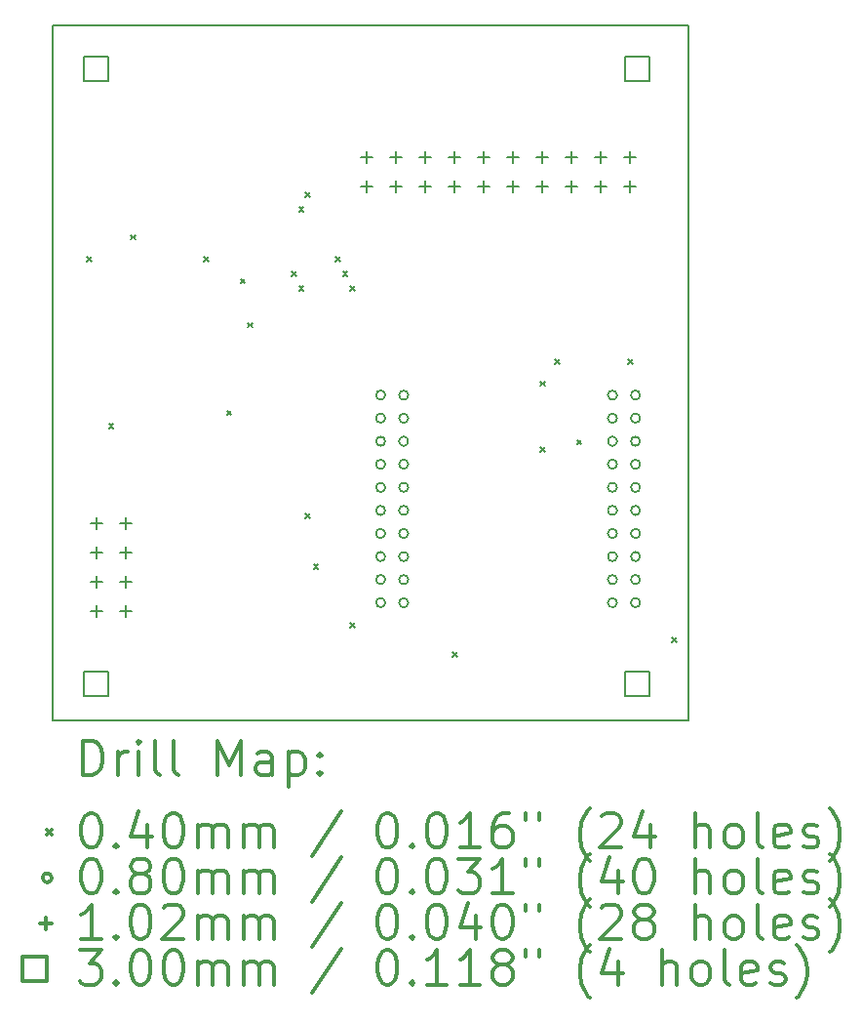
<source format=gbr>
%FSLAX45Y45*%
G04 Gerber Fmt 4.5, Leading zero omitted, Abs format (unit mm)*
G04 Created by KiCad (PCBNEW 4.0.1-stable) date 16.12.2015 22:58:39*
%MOMM*%
G01*
G04 APERTURE LIST*
%ADD10C,0.127000*%
%ADD11C,0.150000*%
%ADD12C,0.200000*%
%ADD13C,0.300000*%
G04 APERTURE END LIST*
D10*
D11*
X13017500Y-13081000D02*
X13017500Y-7048500D01*
X18542000Y-13081000D02*
X13017500Y-13081000D01*
X18542000Y-7048500D02*
X18542000Y-13081000D01*
X13017500Y-7048500D02*
X18542000Y-7048500D01*
D12*
X13315000Y-9060500D02*
X13355000Y-9100500D01*
X13355000Y-9060500D02*
X13315000Y-9100500D01*
X13505500Y-10504376D02*
X13545500Y-10544376D01*
X13545500Y-10504376D02*
X13505500Y-10544376D01*
X13696000Y-8870000D02*
X13736000Y-8910000D01*
X13736000Y-8870000D02*
X13696000Y-8910000D01*
X14331000Y-9060500D02*
X14371000Y-9100500D01*
X14371000Y-9060500D02*
X14331000Y-9100500D01*
X14531223Y-10394000D02*
X14571223Y-10434000D01*
X14571223Y-10394000D02*
X14531223Y-10434000D01*
X14648500Y-9251000D02*
X14688500Y-9291000D01*
X14688500Y-9251000D02*
X14648500Y-9291000D01*
X14712000Y-9632000D02*
X14752000Y-9672000D01*
X14752000Y-9632000D02*
X14712000Y-9672000D01*
X15093000Y-9187500D02*
X15133000Y-9227500D01*
X15133000Y-9187500D02*
X15093000Y-9227500D01*
X15156500Y-8628000D02*
X15196500Y-8668000D01*
X15196500Y-8628000D02*
X15156500Y-8668000D01*
X15156500Y-9314500D02*
X15196500Y-9354500D01*
X15196500Y-9314500D02*
X15156500Y-9354500D01*
X15210999Y-8498001D02*
X15250999Y-8538001D01*
X15250999Y-8498001D02*
X15210999Y-8538001D01*
X15214277Y-11288723D02*
X15254277Y-11328723D01*
X15254277Y-11288723D02*
X15214277Y-11328723D01*
X15283500Y-11727500D02*
X15323500Y-11767500D01*
X15323500Y-11727500D02*
X15283500Y-11767500D01*
X15474000Y-9060500D02*
X15514000Y-9100500D01*
X15514000Y-9060500D02*
X15474000Y-9100500D01*
X15537500Y-9187500D02*
X15577500Y-9227500D01*
X15577500Y-9187500D02*
X15537500Y-9227500D01*
X15601000Y-9314500D02*
X15641000Y-9354500D01*
X15641000Y-9314500D02*
X15601000Y-9354500D01*
X15601000Y-12235500D02*
X15641000Y-12275500D01*
X15641000Y-12235500D02*
X15601000Y-12275500D01*
X16490000Y-12489500D02*
X16530000Y-12529500D01*
X16530000Y-12489500D02*
X16490000Y-12529500D01*
X17252000Y-10140000D02*
X17292000Y-10180000D01*
X17292000Y-10140000D02*
X17252000Y-10180000D01*
X17252000Y-10711500D02*
X17292000Y-10751500D01*
X17292000Y-10711500D02*
X17252000Y-10751500D01*
X17379000Y-9949500D02*
X17419000Y-9989500D01*
X17419000Y-9949500D02*
X17379000Y-9989500D01*
X17569500Y-10648000D02*
X17609500Y-10688000D01*
X17609500Y-10648000D02*
X17569500Y-10688000D01*
X18014000Y-9949500D02*
X18054000Y-9989500D01*
X18054000Y-9949500D02*
X18014000Y-9989500D01*
X18395000Y-12362500D02*
X18435000Y-12402500D01*
X18435000Y-12362500D02*
X18395000Y-12402500D01*
X15905500Y-10258500D02*
G75*
G03X15905500Y-10258500I-40000J0D01*
G01*
X15905500Y-10458500D02*
G75*
G03X15905500Y-10458500I-40000J0D01*
G01*
X15905500Y-10658500D02*
G75*
G03X15905500Y-10658500I-40000J0D01*
G01*
X15905500Y-10858500D02*
G75*
G03X15905500Y-10858500I-40000J0D01*
G01*
X15905500Y-11058500D02*
G75*
G03X15905500Y-11058500I-40000J0D01*
G01*
X15905500Y-11258500D02*
G75*
G03X15905500Y-11258500I-40000J0D01*
G01*
X15905500Y-11458500D02*
G75*
G03X15905500Y-11458500I-40000J0D01*
G01*
X15905500Y-11658500D02*
G75*
G03X15905500Y-11658500I-40000J0D01*
G01*
X15905500Y-11858500D02*
G75*
G03X15905500Y-11858500I-40000J0D01*
G01*
X15905500Y-12058500D02*
G75*
G03X15905500Y-12058500I-40000J0D01*
G01*
X16105500Y-10258500D02*
G75*
G03X16105500Y-10258500I-40000J0D01*
G01*
X16105500Y-10458500D02*
G75*
G03X16105500Y-10458500I-40000J0D01*
G01*
X16105500Y-10658500D02*
G75*
G03X16105500Y-10658500I-40000J0D01*
G01*
X16105500Y-10858500D02*
G75*
G03X16105500Y-10858500I-40000J0D01*
G01*
X16105500Y-11058500D02*
G75*
G03X16105500Y-11058500I-40000J0D01*
G01*
X16105500Y-11258500D02*
G75*
G03X16105500Y-11258500I-40000J0D01*
G01*
X16105500Y-11458500D02*
G75*
G03X16105500Y-11458500I-40000J0D01*
G01*
X16105500Y-11658500D02*
G75*
G03X16105500Y-11658500I-40000J0D01*
G01*
X16105500Y-11858500D02*
G75*
G03X16105500Y-11858500I-40000J0D01*
G01*
X16105500Y-12058500D02*
G75*
G03X16105500Y-12058500I-40000J0D01*
G01*
X17918500Y-10258500D02*
G75*
G03X17918500Y-10258500I-40000J0D01*
G01*
X17918500Y-10458500D02*
G75*
G03X17918500Y-10458500I-40000J0D01*
G01*
X17918500Y-10658500D02*
G75*
G03X17918500Y-10658500I-40000J0D01*
G01*
X17918500Y-10858500D02*
G75*
G03X17918500Y-10858500I-40000J0D01*
G01*
X17918500Y-11058500D02*
G75*
G03X17918500Y-11058500I-40000J0D01*
G01*
X17918500Y-11258500D02*
G75*
G03X17918500Y-11258500I-40000J0D01*
G01*
X17918500Y-11458500D02*
G75*
G03X17918500Y-11458500I-40000J0D01*
G01*
X17918500Y-11658500D02*
G75*
G03X17918500Y-11658500I-40000J0D01*
G01*
X17918500Y-11858500D02*
G75*
G03X17918500Y-11858500I-40000J0D01*
G01*
X17918500Y-12058500D02*
G75*
G03X17918500Y-12058500I-40000J0D01*
G01*
X18118500Y-10258500D02*
G75*
G03X18118500Y-10258500I-40000J0D01*
G01*
X18118500Y-10458500D02*
G75*
G03X18118500Y-10458500I-40000J0D01*
G01*
X18118500Y-10658500D02*
G75*
G03X18118500Y-10658500I-40000J0D01*
G01*
X18118500Y-10858500D02*
G75*
G03X18118500Y-10858500I-40000J0D01*
G01*
X18118500Y-11058500D02*
G75*
G03X18118500Y-11058500I-40000J0D01*
G01*
X18118500Y-11258500D02*
G75*
G03X18118500Y-11258500I-40000J0D01*
G01*
X18118500Y-11458500D02*
G75*
G03X18118500Y-11458500I-40000J0D01*
G01*
X18118500Y-11658500D02*
G75*
G03X18118500Y-11658500I-40000J0D01*
G01*
X18118500Y-11858500D02*
G75*
G03X18118500Y-11858500I-40000J0D01*
G01*
X18118500Y-12058500D02*
G75*
G03X18118500Y-12058500I-40000J0D01*
G01*
X13398500Y-11315700D02*
X13398500Y-11417300D01*
X13347700Y-11366500D02*
X13449300Y-11366500D01*
X13398500Y-11569700D02*
X13398500Y-11671300D01*
X13347700Y-11620500D02*
X13449300Y-11620500D01*
X13398500Y-11823700D02*
X13398500Y-11925300D01*
X13347700Y-11874500D02*
X13449300Y-11874500D01*
X13398500Y-12077700D02*
X13398500Y-12179300D01*
X13347700Y-12128500D02*
X13449300Y-12128500D01*
X13652500Y-11315700D02*
X13652500Y-11417300D01*
X13601700Y-11366500D02*
X13703300Y-11366500D01*
X13652500Y-11569700D02*
X13652500Y-11671300D01*
X13601700Y-11620500D02*
X13703300Y-11620500D01*
X13652500Y-11823700D02*
X13652500Y-11925300D01*
X13601700Y-11874500D02*
X13703300Y-11874500D01*
X13652500Y-12077700D02*
X13652500Y-12179300D01*
X13601700Y-12128500D02*
X13703300Y-12128500D01*
X15748000Y-8140700D02*
X15748000Y-8242300D01*
X15697200Y-8191500D02*
X15798800Y-8191500D01*
X15748000Y-8394700D02*
X15748000Y-8496300D01*
X15697200Y-8445500D02*
X15798800Y-8445500D01*
X16002000Y-8140700D02*
X16002000Y-8242300D01*
X15951200Y-8191500D02*
X16052800Y-8191500D01*
X16002000Y-8394700D02*
X16002000Y-8496300D01*
X15951200Y-8445500D02*
X16052800Y-8445500D01*
X16256000Y-8140700D02*
X16256000Y-8242300D01*
X16205200Y-8191500D02*
X16306800Y-8191500D01*
X16256000Y-8394700D02*
X16256000Y-8496300D01*
X16205200Y-8445500D02*
X16306800Y-8445500D01*
X16510000Y-8140700D02*
X16510000Y-8242300D01*
X16459200Y-8191500D02*
X16560800Y-8191500D01*
X16510000Y-8394700D02*
X16510000Y-8496300D01*
X16459200Y-8445500D02*
X16560800Y-8445500D01*
X16764000Y-8140700D02*
X16764000Y-8242300D01*
X16713200Y-8191500D02*
X16814800Y-8191500D01*
X16764000Y-8394700D02*
X16764000Y-8496300D01*
X16713200Y-8445500D02*
X16814800Y-8445500D01*
X17018000Y-8140700D02*
X17018000Y-8242300D01*
X16967200Y-8191500D02*
X17068800Y-8191500D01*
X17018000Y-8394700D02*
X17018000Y-8496300D01*
X16967200Y-8445500D02*
X17068800Y-8445500D01*
X17272000Y-8140700D02*
X17272000Y-8242300D01*
X17221200Y-8191500D02*
X17322800Y-8191500D01*
X17272000Y-8394700D02*
X17272000Y-8496300D01*
X17221200Y-8445500D02*
X17322800Y-8445500D01*
X17526000Y-8140700D02*
X17526000Y-8242300D01*
X17475200Y-8191500D02*
X17576800Y-8191500D01*
X17526000Y-8394700D02*
X17526000Y-8496300D01*
X17475200Y-8445500D02*
X17576800Y-8445500D01*
X17780000Y-8140700D02*
X17780000Y-8242300D01*
X17729200Y-8191500D02*
X17830800Y-8191500D01*
X17780000Y-8394700D02*
X17780000Y-8496300D01*
X17729200Y-8445500D02*
X17830800Y-8445500D01*
X18034000Y-8140700D02*
X18034000Y-8242300D01*
X17983200Y-8191500D02*
X18084800Y-8191500D01*
X18034000Y-8394700D02*
X18034000Y-8496300D01*
X17983200Y-8445500D02*
X18084800Y-8445500D01*
X13504567Y-7535567D02*
X13504567Y-7323433D01*
X13292433Y-7323433D01*
X13292433Y-7535567D01*
X13504567Y-7535567D01*
X13504567Y-12869567D02*
X13504567Y-12657433D01*
X13292433Y-12657433D01*
X13292433Y-12869567D01*
X13504567Y-12869567D01*
X18203567Y-7535567D02*
X18203567Y-7323433D01*
X17991433Y-7323433D01*
X17991433Y-7535567D01*
X18203567Y-7535567D01*
X18203567Y-12869567D02*
X18203567Y-12657433D01*
X17991433Y-12657433D01*
X17991433Y-12869567D01*
X18203567Y-12869567D01*
D13*
X13281428Y-13554214D02*
X13281428Y-13254214D01*
X13352857Y-13254214D01*
X13395714Y-13268500D01*
X13424286Y-13297071D01*
X13438571Y-13325643D01*
X13452857Y-13382786D01*
X13452857Y-13425643D01*
X13438571Y-13482786D01*
X13424286Y-13511357D01*
X13395714Y-13539929D01*
X13352857Y-13554214D01*
X13281428Y-13554214D01*
X13581428Y-13554214D02*
X13581428Y-13354214D01*
X13581428Y-13411357D02*
X13595714Y-13382786D01*
X13610000Y-13368500D01*
X13638571Y-13354214D01*
X13667143Y-13354214D01*
X13767143Y-13554214D02*
X13767143Y-13354214D01*
X13767143Y-13254214D02*
X13752857Y-13268500D01*
X13767143Y-13282786D01*
X13781428Y-13268500D01*
X13767143Y-13254214D01*
X13767143Y-13282786D01*
X13952857Y-13554214D02*
X13924286Y-13539929D01*
X13910000Y-13511357D01*
X13910000Y-13254214D01*
X14110000Y-13554214D02*
X14081428Y-13539929D01*
X14067143Y-13511357D01*
X14067143Y-13254214D01*
X14452857Y-13554214D02*
X14452857Y-13254214D01*
X14552857Y-13468500D01*
X14652857Y-13254214D01*
X14652857Y-13554214D01*
X14924286Y-13554214D02*
X14924286Y-13397071D01*
X14910000Y-13368500D01*
X14881428Y-13354214D01*
X14824286Y-13354214D01*
X14795714Y-13368500D01*
X14924286Y-13539929D02*
X14895714Y-13554214D01*
X14824286Y-13554214D01*
X14795714Y-13539929D01*
X14781428Y-13511357D01*
X14781428Y-13482786D01*
X14795714Y-13454214D01*
X14824286Y-13439929D01*
X14895714Y-13439929D01*
X14924286Y-13425643D01*
X15067143Y-13354214D02*
X15067143Y-13654214D01*
X15067143Y-13368500D02*
X15095714Y-13354214D01*
X15152857Y-13354214D01*
X15181428Y-13368500D01*
X15195714Y-13382786D01*
X15210000Y-13411357D01*
X15210000Y-13497071D01*
X15195714Y-13525643D01*
X15181428Y-13539929D01*
X15152857Y-13554214D01*
X15095714Y-13554214D01*
X15067143Y-13539929D01*
X15338571Y-13525643D02*
X15352857Y-13539929D01*
X15338571Y-13554214D01*
X15324286Y-13539929D01*
X15338571Y-13525643D01*
X15338571Y-13554214D01*
X15338571Y-13368500D02*
X15352857Y-13382786D01*
X15338571Y-13397071D01*
X15324286Y-13382786D01*
X15338571Y-13368500D01*
X15338571Y-13397071D01*
X12970000Y-14028500D02*
X13010000Y-14068500D01*
X13010000Y-14028500D02*
X12970000Y-14068500D01*
X13338571Y-13884214D02*
X13367143Y-13884214D01*
X13395714Y-13898500D01*
X13410000Y-13912786D01*
X13424286Y-13941357D01*
X13438571Y-13998500D01*
X13438571Y-14069929D01*
X13424286Y-14127071D01*
X13410000Y-14155643D01*
X13395714Y-14169929D01*
X13367143Y-14184214D01*
X13338571Y-14184214D01*
X13310000Y-14169929D01*
X13295714Y-14155643D01*
X13281428Y-14127071D01*
X13267143Y-14069929D01*
X13267143Y-13998500D01*
X13281428Y-13941357D01*
X13295714Y-13912786D01*
X13310000Y-13898500D01*
X13338571Y-13884214D01*
X13567143Y-14155643D02*
X13581428Y-14169929D01*
X13567143Y-14184214D01*
X13552857Y-14169929D01*
X13567143Y-14155643D01*
X13567143Y-14184214D01*
X13838571Y-13984214D02*
X13838571Y-14184214D01*
X13767143Y-13869929D02*
X13695714Y-14084214D01*
X13881428Y-14084214D01*
X14052857Y-13884214D02*
X14081428Y-13884214D01*
X14110000Y-13898500D01*
X14124286Y-13912786D01*
X14138571Y-13941357D01*
X14152857Y-13998500D01*
X14152857Y-14069929D01*
X14138571Y-14127071D01*
X14124286Y-14155643D01*
X14110000Y-14169929D01*
X14081428Y-14184214D01*
X14052857Y-14184214D01*
X14024286Y-14169929D01*
X14010000Y-14155643D01*
X13995714Y-14127071D01*
X13981428Y-14069929D01*
X13981428Y-13998500D01*
X13995714Y-13941357D01*
X14010000Y-13912786D01*
X14024286Y-13898500D01*
X14052857Y-13884214D01*
X14281428Y-14184214D02*
X14281428Y-13984214D01*
X14281428Y-14012786D02*
X14295714Y-13998500D01*
X14324286Y-13984214D01*
X14367143Y-13984214D01*
X14395714Y-13998500D01*
X14410000Y-14027071D01*
X14410000Y-14184214D01*
X14410000Y-14027071D02*
X14424286Y-13998500D01*
X14452857Y-13984214D01*
X14495714Y-13984214D01*
X14524286Y-13998500D01*
X14538571Y-14027071D01*
X14538571Y-14184214D01*
X14681428Y-14184214D02*
X14681428Y-13984214D01*
X14681428Y-14012786D02*
X14695714Y-13998500D01*
X14724286Y-13984214D01*
X14767143Y-13984214D01*
X14795714Y-13998500D01*
X14810000Y-14027071D01*
X14810000Y-14184214D01*
X14810000Y-14027071D02*
X14824286Y-13998500D01*
X14852857Y-13984214D01*
X14895714Y-13984214D01*
X14924286Y-13998500D01*
X14938571Y-14027071D01*
X14938571Y-14184214D01*
X15524286Y-13869929D02*
X15267143Y-14255643D01*
X15910000Y-13884214D02*
X15938571Y-13884214D01*
X15967143Y-13898500D01*
X15981428Y-13912786D01*
X15995714Y-13941357D01*
X16010000Y-13998500D01*
X16010000Y-14069929D01*
X15995714Y-14127071D01*
X15981428Y-14155643D01*
X15967143Y-14169929D01*
X15938571Y-14184214D01*
X15910000Y-14184214D01*
X15881428Y-14169929D01*
X15867143Y-14155643D01*
X15852857Y-14127071D01*
X15838571Y-14069929D01*
X15838571Y-13998500D01*
X15852857Y-13941357D01*
X15867143Y-13912786D01*
X15881428Y-13898500D01*
X15910000Y-13884214D01*
X16138571Y-14155643D02*
X16152857Y-14169929D01*
X16138571Y-14184214D01*
X16124286Y-14169929D01*
X16138571Y-14155643D01*
X16138571Y-14184214D01*
X16338571Y-13884214D02*
X16367143Y-13884214D01*
X16395714Y-13898500D01*
X16410000Y-13912786D01*
X16424285Y-13941357D01*
X16438571Y-13998500D01*
X16438571Y-14069929D01*
X16424285Y-14127071D01*
X16410000Y-14155643D01*
X16395714Y-14169929D01*
X16367143Y-14184214D01*
X16338571Y-14184214D01*
X16310000Y-14169929D01*
X16295714Y-14155643D01*
X16281428Y-14127071D01*
X16267143Y-14069929D01*
X16267143Y-13998500D01*
X16281428Y-13941357D01*
X16295714Y-13912786D01*
X16310000Y-13898500D01*
X16338571Y-13884214D01*
X16724285Y-14184214D02*
X16552857Y-14184214D01*
X16638571Y-14184214D02*
X16638571Y-13884214D01*
X16610000Y-13927071D01*
X16581428Y-13955643D01*
X16552857Y-13969929D01*
X16981428Y-13884214D02*
X16924286Y-13884214D01*
X16895714Y-13898500D01*
X16881428Y-13912786D01*
X16852857Y-13955643D01*
X16838571Y-14012786D01*
X16838571Y-14127071D01*
X16852857Y-14155643D01*
X16867143Y-14169929D01*
X16895714Y-14184214D01*
X16952857Y-14184214D01*
X16981428Y-14169929D01*
X16995714Y-14155643D01*
X17010000Y-14127071D01*
X17010000Y-14055643D01*
X16995714Y-14027071D01*
X16981428Y-14012786D01*
X16952857Y-13998500D01*
X16895714Y-13998500D01*
X16867143Y-14012786D01*
X16852857Y-14027071D01*
X16838571Y-14055643D01*
X17124286Y-13884214D02*
X17124286Y-13941357D01*
X17238571Y-13884214D02*
X17238571Y-13941357D01*
X17681428Y-14298500D02*
X17667143Y-14284214D01*
X17638571Y-14241357D01*
X17624286Y-14212786D01*
X17610000Y-14169929D01*
X17595714Y-14098500D01*
X17595714Y-14041357D01*
X17610000Y-13969929D01*
X17624286Y-13927071D01*
X17638571Y-13898500D01*
X17667143Y-13855643D01*
X17681428Y-13841357D01*
X17781428Y-13912786D02*
X17795714Y-13898500D01*
X17824286Y-13884214D01*
X17895714Y-13884214D01*
X17924286Y-13898500D01*
X17938571Y-13912786D01*
X17952857Y-13941357D01*
X17952857Y-13969929D01*
X17938571Y-14012786D01*
X17767143Y-14184214D01*
X17952857Y-14184214D01*
X18210000Y-13984214D02*
X18210000Y-14184214D01*
X18138571Y-13869929D02*
X18067143Y-14084214D01*
X18252857Y-14084214D01*
X18595714Y-14184214D02*
X18595714Y-13884214D01*
X18724286Y-14184214D02*
X18724286Y-14027071D01*
X18710000Y-13998500D01*
X18681428Y-13984214D01*
X18638571Y-13984214D01*
X18610000Y-13998500D01*
X18595714Y-14012786D01*
X18910000Y-14184214D02*
X18881428Y-14169929D01*
X18867143Y-14155643D01*
X18852857Y-14127071D01*
X18852857Y-14041357D01*
X18867143Y-14012786D01*
X18881428Y-13998500D01*
X18910000Y-13984214D01*
X18952857Y-13984214D01*
X18981428Y-13998500D01*
X18995714Y-14012786D01*
X19010000Y-14041357D01*
X19010000Y-14127071D01*
X18995714Y-14155643D01*
X18981428Y-14169929D01*
X18952857Y-14184214D01*
X18910000Y-14184214D01*
X19181428Y-14184214D02*
X19152857Y-14169929D01*
X19138571Y-14141357D01*
X19138571Y-13884214D01*
X19410000Y-14169929D02*
X19381429Y-14184214D01*
X19324286Y-14184214D01*
X19295714Y-14169929D01*
X19281429Y-14141357D01*
X19281429Y-14027071D01*
X19295714Y-13998500D01*
X19324286Y-13984214D01*
X19381429Y-13984214D01*
X19410000Y-13998500D01*
X19424286Y-14027071D01*
X19424286Y-14055643D01*
X19281429Y-14084214D01*
X19538571Y-14169929D02*
X19567143Y-14184214D01*
X19624286Y-14184214D01*
X19652857Y-14169929D01*
X19667143Y-14141357D01*
X19667143Y-14127071D01*
X19652857Y-14098500D01*
X19624286Y-14084214D01*
X19581429Y-14084214D01*
X19552857Y-14069929D01*
X19538571Y-14041357D01*
X19538571Y-14027071D01*
X19552857Y-13998500D01*
X19581429Y-13984214D01*
X19624286Y-13984214D01*
X19652857Y-13998500D01*
X19767143Y-14298500D02*
X19781429Y-14284214D01*
X19810000Y-14241357D01*
X19824286Y-14212786D01*
X19838571Y-14169929D01*
X19852857Y-14098500D01*
X19852857Y-14041357D01*
X19838571Y-13969929D01*
X19824286Y-13927071D01*
X19810000Y-13898500D01*
X19781429Y-13855643D01*
X19767143Y-13841357D01*
X13010000Y-14444500D02*
G75*
G03X13010000Y-14444500I-40000J0D01*
G01*
X13338571Y-14280214D02*
X13367143Y-14280214D01*
X13395714Y-14294500D01*
X13410000Y-14308786D01*
X13424286Y-14337357D01*
X13438571Y-14394500D01*
X13438571Y-14465929D01*
X13424286Y-14523071D01*
X13410000Y-14551643D01*
X13395714Y-14565929D01*
X13367143Y-14580214D01*
X13338571Y-14580214D01*
X13310000Y-14565929D01*
X13295714Y-14551643D01*
X13281428Y-14523071D01*
X13267143Y-14465929D01*
X13267143Y-14394500D01*
X13281428Y-14337357D01*
X13295714Y-14308786D01*
X13310000Y-14294500D01*
X13338571Y-14280214D01*
X13567143Y-14551643D02*
X13581428Y-14565929D01*
X13567143Y-14580214D01*
X13552857Y-14565929D01*
X13567143Y-14551643D01*
X13567143Y-14580214D01*
X13752857Y-14408786D02*
X13724286Y-14394500D01*
X13710000Y-14380214D01*
X13695714Y-14351643D01*
X13695714Y-14337357D01*
X13710000Y-14308786D01*
X13724286Y-14294500D01*
X13752857Y-14280214D01*
X13810000Y-14280214D01*
X13838571Y-14294500D01*
X13852857Y-14308786D01*
X13867143Y-14337357D01*
X13867143Y-14351643D01*
X13852857Y-14380214D01*
X13838571Y-14394500D01*
X13810000Y-14408786D01*
X13752857Y-14408786D01*
X13724286Y-14423071D01*
X13710000Y-14437357D01*
X13695714Y-14465929D01*
X13695714Y-14523071D01*
X13710000Y-14551643D01*
X13724286Y-14565929D01*
X13752857Y-14580214D01*
X13810000Y-14580214D01*
X13838571Y-14565929D01*
X13852857Y-14551643D01*
X13867143Y-14523071D01*
X13867143Y-14465929D01*
X13852857Y-14437357D01*
X13838571Y-14423071D01*
X13810000Y-14408786D01*
X14052857Y-14280214D02*
X14081428Y-14280214D01*
X14110000Y-14294500D01*
X14124286Y-14308786D01*
X14138571Y-14337357D01*
X14152857Y-14394500D01*
X14152857Y-14465929D01*
X14138571Y-14523071D01*
X14124286Y-14551643D01*
X14110000Y-14565929D01*
X14081428Y-14580214D01*
X14052857Y-14580214D01*
X14024286Y-14565929D01*
X14010000Y-14551643D01*
X13995714Y-14523071D01*
X13981428Y-14465929D01*
X13981428Y-14394500D01*
X13995714Y-14337357D01*
X14010000Y-14308786D01*
X14024286Y-14294500D01*
X14052857Y-14280214D01*
X14281428Y-14580214D02*
X14281428Y-14380214D01*
X14281428Y-14408786D02*
X14295714Y-14394500D01*
X14324286Y-14380214D01*
X14367143Y-14380214D01*
X14395714Y-14394500D01*
X14410000Y-14423071D01*
X14410000Y-14580214D01*
X14410000Y-14423071D02*
X14424286Y-14394500D01*
X14452857Y-14380214D01*
X14495714Y-14380214D01*
X14524286Y-14394500D01*
X14538571Y-14423071D01*
X14538571Y-14580214D01*
X14681428Y-14580214D02*
X14681428Y-14380214D01*
X14681428Y-14408786D02*
X14695714Y-14394500D01*
X14724286Y-14380214D01*
X14767143Y-14380214D01*
X14795714Y-14394500D01*
X14810000Y-14423071D01*
X14810000Y-14580214D01*
X14810000Y-14423071D02*
X14824286Y-14394500D01*
X14852857Y-14380214D01*
X14895714Y-14380214D01*
X14924286Y-14394500D01*
X14938571Y-14423071D01*
X14938571Y-14580214D01*
X15524286Y-14265929D02*
X15267143Y-14651643D01*
X15910000Y-14280214D02*
X15938571Y-14280214D01*
X15967143Y-14294500D01*
X15981428Y-14308786D01*
X15995714Y-14337357D01*
X16010000Y-14394500D01*
X16010000Y-14465929D01*
X15995714Y-14523071D01*
X15981428Y-14551643D01*
X15967143Y-14565929D01*
X15938571Y-14580214D01*
X15910000Y-14580214D01*
X15881428Y-14565929D01*
X15867143Y-14551643D01*
X15852857Y-14523071D01*
X15838571Y-14465929D01*
X15838571Y-14394500D01*
X15852857Y-14337357D01*
X15867143Y-14308786D01*
X15881428Y-14294500D01*
X15910000Y-14280214D01*
X16138571Y-14551643D02*
X16152857Y-14565929D01*
X16138571Y-14580214D01*
X16124286Y-14565929D01*
X16138571Y-14551643D01*
X16138571Y-14580214D01*
X16338571Y-14280214D02*
X16367143Y-14280214D01*
X16395714Y-14294500D01*
X16410000Y-14308786D01*
X16424285Y-14337357D01*
X16438571Y-14394500D01*
X16438571Y-14465929D01*
X16424285Y-14523071D01*
X16410000Y-14551643D01*
X16395714Y-14565929D01*
X16367143Y-14580214D01*
X16338571Y-14580214D01*
X16310000Y-14565929D01*
X16295714Y-14551643D01*
X16281428Y-14523071D01*
X16267143Y-14465929D01*
X16267143Y-14394500D01*
X16281428Y-14337357D01*
X16295714Y-14308786D01*
X16310000Y-14294500D01*
X16338571Y-14280214D01*
X16538571Y-14280214D02*
X16724285Y-14280214D01*
X16624285Y-14394500D01*
X16667143Y-14394500D01*
X16695714Y-14408786D01*
X16710000Y-14423071D01*
X16724285Y-14451643D01*
X16724285Y-14523071D01*
X16710000Y-14551643D01*
X16695714Y-14565929D01*
X16667143Y-14580214D01*
X16581428Y-14580214D01*
X16552857Y-14565929D01*
X16538571Y-14551643D01*
X17010000Y-14580214D02*
X16838571Y-14580214D01*
X16924286Y-14580214D02*
X16924286Y-14280214D01*
X16895714Y-14323071D01*
X16867143Y-14351643D01*
X16838571Y-14365929D01*
X17124286Y-14280214D02*
X17124286Y-14337357D01*
X17238571Y-14280214D02*
X17238571Y-14337357D01*
X17681428Y-14694500D02*
X17667143Y-14680214D01*
X17638571Y-14637357D01*
X17624286Y-14608786D01*
X17610000Y-14565929D01*
X17595714Y-14494500D01*
X17595714Y-14437357D01*
X17610000Y-14365929D01*
X17624286Y-14323071D01*
X17638571Y-14294500D01*
X17667143Y-14251643D01*
X17681428Y-14237357D01*
X17924286Y-14380214D02*
X17924286Y-14580214D01*
X17852857Y-14265929D02*
X17781428Y-14480214D01*
X17967143Y-14480214D01*
X18138571Y-14280214D02*
X18167143Y-14280214D01*
X18195714Y-14294500D01*
X18210000Y-14308786D01*
X18224286Y-14337357D01*
X18238571Y-14394500D01*
X18238571Y-14465929D01*
X18224286Y-14523071D01*
X18210000Y-14551643D01*
X18195714Y-14565929D01*
X18167143Y-14580214D01*
X18138571Y-14580214D01*
X18110000Y-14565929D01*
X18095714Y-14551643D01*
X18081428Y-14523071D01*
X18067143Y-14465929D01*
X18067143Y-14394500D01*
X18081428Y-14337357D01*
X18095714Y-14308786D01*
X18110000Y-14294500D01*
X18138571Y-14280214D01*
X18595714Y-14580214D02*
X18595714Y-14280214D01*
X18724286Y-14580214D02*
X18724286Y-14423071D01*
X18710000Y-14394500D01*
X18681428Y-14380214D01*
X18638571Y-14380214D01*
X18610000Y-14394500D01*
X18595714Y-14408786D01*
X18910000Y-14580214D02*
X18881428Y-14565929D01*
X18867143Y-14551643D01*
X18852857Y-14523071D01*
X18852857Y-14437357D01*
X18867143Y-14408786D01*
X18881428Y-14394500D01*
X18910000Y-14380214D01*
X18952857Y-14380214D01*
X18981428Y-14394500D01*
X18995714Y-14408786D01*
X19010000Y-14437357D01*
X19010000Y-14523071D01*
X18995714Y-14551643D01*
X18981428Y-14565929D01*
X18952857Y-14580214D01*
X18910000Y-14580214D01*
X19181428Y-14580214D02*
X19152857Y-14565929D01*
X19138571Y-14537357D01*
X19138571Y-14280214D01*
X19410000Y-14565929D02*
X19381429Y-14580214D01*
X19324286Y-14580214D01*
X19295714Y-14565929D01*
X19281429Y-14537357D01*
X19281429Y-14423071D01*
X19295714Y-14394500D01*
X19324286Y-14380214D01*
X19381429Y-14380214D01*
X19410000Y-14394500D01*
X19424286Y-14423071D01*
X19424286Y-14451643D01*
X19281429Y-14480214D01*
X19538571Y-14565929D02*
X19567143Y-14580214D01*
X19624286Y-14580214D01*
X19652857Y-14565929D01*
X19667143Y-14537357D01*
X19667143Y-14523071D01*
X19652857Y-14494500D01*
X19624286Y-14480214D01*
X19581429Y-14480214D01*
X19552857Y-14465929D01*
X19538571Y-14437357D01*
X19538571Y-14423071D01*
X19552857Y-14394500D01*
X19581429Y-14380214D01*
X19624286Y-14380214D01*
X19652857Y-14394500D01*
X19767143Y-14694500D02*
X19781429Y-14680214D01*
X19810000Y-14637357D01*
X19824286Y-14608786D01*
X19838571Y-14565929D01*
X19852857Y-14494500D01*
X19852857Y-14437357D01*
X19838571Y-14365929D01*
X19824286Y-14323071D01*
X19810000Y-14294500D01*
X19781429Y-14251643D01*
X19767143Y-14237357D01*
X12959200Y-14789700D02*
X12959200Y-14891300D01*
X12908400Y-14840500D02*
X13010000Y-14840500D01*
X13438571Y-14976214D02*
X13267143Y-14976214D01*
X13352857Y-14976214D02*
X13352857Y-14676214D01*
X13324286Y-14719071D01*
X13295714Y-14747643D01*
X13267143Y-14761929D01*
X13567143Y-14947643D02*
X13581428Y-14961929D01*
X13567143Y-14976214D01*
X13552857Y-14961929D01*
X13567143Y-14947643D01*
X13567143Y-14976214D01*
X13767143Y-14676214D02*
X13795714Y-14676214D01*
X13824286Y-14690500D01*
X13838571Y-14704786D01*
X13852857Y-14733357D01*
X13867143Y-14790500D01*
X13867143Y-14861929D01*
X13852857Y-14919071D01*
X13838571Y-14947643D01*
X13824286Y-14961929D01*
X13795714Y-14976214D01*
X13767143Y-14976214D01*
X13738571Y-14961929D01*
X13724286Y-14947643D01*
X13710000Y-14919071D01*
X13695714Y-14861929D01*
X13695714Y-14790500D01*
X13710000Y-14733357D01*
X13724286Y-14704786D01*
X13738571Y-14690500D01*
X13767143Y-14676214D01*
X13981428Y-14704786D02*
X13995714Y-14690500D01*
X14024286Y-14676214D01*
X14095714Y-14676214D01*
X14124286Y-14690500D01*
X14138571Y-14704786D01*
X14152857Y-14733357D01*
X14152857Y-14761929D01*
X14138571Y-14804786D01*
X13967143Y-14976214D01*
X14152857Y-14976214D01*
X14281428Y-14976214D02*
X14281428Y-14776214D01*
X14281428Y-14804786D02*
X14295714Y-14790500D01*
X14324286Y-14776214D01*
X14367143Y-14776214D01*
X14395714Y-14790500D01*
X14410000Y-14819071D01*
X14410000Y-14976214D01*
X14410000Y-14819071D02*
X14424286Y-14790500D01*
X14452857Y-14776214D01*
X14495714Y-14776214D01*
X14524286Y-14790500D01*
X14538571Y-14819071D01*
X14538571Y-14976214D01*
X14681428Y-14976214D02*
X14681428Y-14776214D01*
X14681428Y-14804786D02*
X14695714Y-14790500D01*
X14724286Y-14776214D01*
X14767143Y-14776214D01*
X14795714Y-14790500D01*
X14810000Y-14819071D01*
X14810000Y-14976214D01*
X14810000Y-14819071D02*
X14824286Y-14790500D01*
X14852857Y-14776214D01*
X14895714Y-14776214D01*
X14924286Y-14790500D01*
X14938571Y-14819071D01*
X14938571Y-14976214D01*
X15524286Y-14661929D02*
X15267143Y-15047643D01*
X15910000Y-14676214D02*
X15938571Y-14676214D01*
X15967143Y-14690500D01*
X15981428Y-14704786D01*
X15995714Y-14733357D01*
X16010000Y-14790500D01*
X16010000Y-14861929D01*
X15995714Y-14919071D01*
X15981428Y-14947643D01*
X15967143Y-14961929D01*
X15938571Y-14976214D01*
X15910000Y-14976214D01*
X15881428Y-14961929D01*
X15867143Y-14947643D01*
X15852857Y-14919071D01*
X15838571Y-14861929D01*
X15838571Y-14790500D01*
X15852857Y-14733357D01*
X15867143Y-14704786D01*
X15881428Y-14690500D01*
X15910000Y-14676214D01*
X16138571Y-14947643D02*
X16152857Y-14961929D01*
X16138571Y-14976214D01*
X16124286Y-14961929D01*
X16138571Y-14947643D01*
X16138571Y-14976214D01*
X16338571Y-14676214D02*
X16367143Y-14676214D01*
X16395714Y-14690500D01*
X16410000Y-14704786D01*
X16424285Y-14733357D01*
X16438571Y-14790500D01*
X16438571Y-14861929D01*
X16424285Y-14919071D01*
X16410000Y-14947643D01*
X16395714Y-14961929D01*
X16367143Y-14976214D01*
X16338571Y-14976214D01*
X16310000Y-14961929D01*
X16295714Y-14947643D01*
X16281428Y-14919071D01*
X16267143Y-14861929D01*
X16267143Y-14790500D01*
X16281428Y-14733357D01*
X16295714Y-14704786D01*
X16310000Y-14690500D01*
X16338571Y-14676214D01*
X16695714Y-14776214D02*
X16695714Y-14976214D01*
X16624285Y-14661929D02*
X16552857Y-14876214D01*
X16738571Y-14876214D01*
X16910000Y-14676214D02*
X16938571Y-14676214D01*
X16967143Y-14690500D01*
X16981428Y-14704786D01*
X16995714Y-14733357D01*
X17010000Y-14790500D01*
X17010000Y-14861929D01*
X16995714Y-14919071D01*
X16981428Y-14947643D01*
X16967143Y-14961929D01*
X16938571Y-14976214D01*
X16910000Y-14976214D01*
X16881428Y-14961929D01*
X16867143Y-14947643D01*
X16852857Y-14919071D01*
X16838571Y-14861929D01*
X16838571Y-14790500D01*
X16852857Y-14733357D01*
X16867143Y-14704786D01*
X16881428Y-14690500D01*
X16910000Y-14676214D01*
X17124286Y-14676214D02*
X17124286Y-14733357D01*
X17238571Y-14676214D02*
X17238571Y-14733357D01*
X17681428Y-15090500D02*
X17667143Y-15076214D01*
X17638571Y-15033357D01*
X17624286Y-15004786D01*
X17610000Y-14961929D01*
X17595714Y-14890500D01*
X17595714Y-14833357D01*
X17610000Y-14761929D01*
X17624286Y-14719071D01*
X17638571Y-14690500D01*
X17667143Y-14647643D01*
X17681428Y-14633357D01*
X17781428Y-14704786D02*
X17795714Y-14690500D01*
X17824286Y-14676214D01*
X17895714Y-14676214D01*
X17924286Y-14690500D01*
X17938571Y-14704786D01*
X17952857Y-14733357D01*
X17952857Y-14761929D01*
X17938571Y-14804786D01*
X17767143Y-14976214D01*
X17952857Y-14976214D01*
X18124286Y-14804786D02*
X18095714Y-14790500D01*
X18081428Y-14776214D01*
X18067143Y-14747643D01*
X18067143Y-14733357D01*
X18081428Y-14704786D01*
X18095714Y-14690500D01*
X18124286Y-14676214D01*
X18181428Y-14676214D01*
X18210000Y-14690500D01*
X18224286Y-14704786D01*
X18238571Y-14733357D01*
X18238571Y-14747643D01*
X18224286Y-14776214D01*
X18210000Y-14790500D01*
X18181428Y-14804786D01*
X18124286Y-14804786D01*
X18095714Y-14819071D01*
X18081428Y-14833357D01*
X18067143Y-14861929D01*
X18067143Y-14919071D01*
X18081428Y-14947643D01*
X18095714Y-14961929D01*
X18124286Y-14976214D01*
X18181428Y-14976214D01*
X18210000Y-14961929D01*
X18224286Y-14947643D01*
X18238571Y-14919071D01*
X18238571Y-14861929D01*
X18224286Y-14833357D01*
X18210000Y-14819071D01*
X18181428Y-14804786D01*
X18595714Y-14976214D02*
X18595714Y-14676214D01*
X18724286Y-14976214D02*
X18724286Y-14819071D01*
X18710000Y-14790500D01*
X18681428Y-14776214D01*
X18638571Y-14776214D01*
X18610000Y-14790500D01*
X18595714Y-14804786D01*
X18910000Y-14976214D02*
X18881428Y-14961929D01*
X18867143Y-14947643D01*
X18852857Y-14919071D01*
X18852857Y-14833357D01*
X18867143Y-14804786D01*
X18881428Y-14790500D01*
X18910000Y-14776214D01*
X18952857Y-14776214D01*
X18981428Y-14790500D01*
X18995714Y-14804786D01*
X19010000Y-14833357D01*
X19010000Y-14919071D01*
X18995714Y-14947643D01*
X18981428Y-14961929D01*
X18952857Y-14976214D01*
X18910000Y-14976214D01*
X19181428Y-14976214D02*
X19152857Y-14961929D01*
X19138571Y-14933357D01*
X19138571Y-14676214D01*
X19410000Y-14961929D02*
X19381429Y-14976214D01*
X19324286Y-14976214D01*
X19295714Y-14961929D01*
X19281429Y-14933357D01*
X19281429Y-14819071D01*
X19295714Y-14790500D01*
X19324286Y-14776214D01*
X19381429Y-14776214D01*
X19410000Y-14790500D01*
X19424286Y-14819071D01*
X19424286Y-14847643D01*
X19281429Y-14876214D01*
X19538571Y-14961929D02*
X19567143Y-14976214D01*
X19624286Y-14976214D01*
X19652857Y-14961929D01*
X19667143Y-14933357D01*
X19667143Y-14919071D01*
X19652857Y-14890500D01*
X19624286Y-14876214D01*
X19581429Y-14876214D01*
X19552857Y-14861929D01*
X19538571Y-14833357D01*
X19538571Y-14819071D01*
X19552857Y-14790500D01*
X19581429Y-14776214D01*
X19624286Y-14776214D01*
X19652857Y-14790500D01*
X19767143Y-15090500D02*
X19781429Y-15076214D01*
X19810000Y-15033357D01*
X19824286Y-15004786D01*
X19838571Y-14961929D01*
X19852857Y-14890500D01*
X19852857Y-14833357D01*
X19838571Y-14761929D01*
X19824286Y-14719071D01*
X19810000Y-14690500D01*
X19781429Y-14647643D01*
X19767143Y-14633357D01*
X12966067Y-15342567D02*
X12966067Y-15130433D01*
X12753933Y-15130433D01*
X12753933Y-15342567D01*
X12966067Y-15342567D01*
X13252857Y-15072214D02*
X13438571Y-15072214D01*
X13338571Y-15186500D01*
X13381428Y-15186500D01*
X13410000Y-15200786D01*
X13424286Y-15215071D01*
X13438571Y-15243643D01*
X13438571Y-15315071D01*
X13424286Y-15343643D01*
X13410000Y-15357929D01*
X13381428Y-15372214D01*
X13295714Y-15372214D01*
X13267143Y-15357929D01*
X13252857Y-15343643D01*
X13567143Y-15343643D02*
X13581428Y-15357929D01*
X13567143Y-15372214D01*
X13552857Y-15357929D01*
X13567143Y-15343643D01*
X13567143Y-15372214D01*
X13767143Y-15072214D02*
X13795714Y-15072214D01*
X13824286Y-15086500D01*
X13838571Y-15100786D01*
X13852857Y-15129357D01*
X13867143Y-15186500D01*
X13867143Y-15257929D01*
X13852857Y-15315071D01*
X13838571Y-15343643D01*
X13824286Y-15357929D01*
X13795714Y-15372214D01*
X13767143Y-15372214D01*
X13738571Y-15357929D01*
X13724286Y-15343643D01*
X13710000Y-15315071D01*
X13695714Y-15257929D01*
X13695714Y-15186500D01*
X13710000Y-15129357D01*
X13724286Y-15100786D01*
X13738571Y-15086500D01*
X13767143Y-15072214D01*
X14052857Y-15072214D02*
X14081428Y-15072214D01*
X14110000Y-15086500D01*
X14124286Y-15100786D01*
X14138571Y-15129357D01*
X14152857Y-15186500D01*
X14152857Y-15257929D01*
X14138571Y-15315071D01*
X14124286Y-15343643D01*
X14110000Y-15357929D01*
X14081428Y-15372214D01*
X14052857Y-15372214D01*
X14024286Y-15357929D01*
X14010000Y-15343643D01*
X13995714Y-15315071D01*
X13981428Y-15257929D01*
X13981428Y-15186500D01*
X13995714Y-15129357D01*
X14010000Y-15100786D01*
X14024286Y-15086500D01*
X14052857Y-15072214D01*
X14281428Y-15372214D02*
X14281428Y-15172214D01*
X14281428Y-15200786D02*
X14295714Y-15186500D01*
X14324286Y-15172214D01*
X14367143Y-15172214D01*
X14395714Y-15186500D01*
X14410000Y-15215071D01*
X14410000Y-15372214D01*
X14410000Y-15215071D02*
X14424286Y-15186500D01*
X14452857Y-15172214D01*
X14495714Y-15172214D01*
X14524286Y-15186500D01*
X14538571Y-15215071D01*
X14538571Y-15372214D01*
X14681428Y-15372214D02*
X14681428Y-15172214D01*
X14681428Y-15200786D02*
X14695714Y-15186500D01*
X14724286Y-15172214D01*
X14767143Y-15172214D01*
X14795714Y-15186500D01*
X14810000Y-15215071D01*
X14810000Y-15372214D01*
X14810000Y-15215071D02*
X14824286Y-15186500D01*
X14852857Y-15172214D01*
X14895714Y-15172214D01*
X14924286Y-15186500D01*
X14938571Y-15215071D01*
X14938571Y-15372214D01*
X15524286Y-15057929D02*
X15267143Y-15443643D01*
X15910000Y-15072214D02*
X15938571Y-15072214D01*
X15967143Y-15086500D01*
X15981428Y-15100786D01*
X15995714Y-15129357D01*
X16010000Y-15186500D01*
X16010000Y-15257929D01*
X15995714Y-15315071D01*
X15981428Y-15343643D01*
X15967143Y-15357929D01*
X15938571Y-15372214D01*
X15910000Y-15372214D01*
X15881428Y-15357929D01*
X15867143Y-15343643D01*
X15852857Y-15315071D01*
X15838571Y-15257929D01*
X15838571Y-15186500D01*
X15852857Y-15129357D01*
X15867143Y-15100786D01*
X15881428Y-15086500D01*
X15910000Y-15072214D01*
X16138571Y-15343643D02*
X16152857Y-15357929D01*
X16138571Y-15372214D01*
X16124286Y-15357929D01*
X16138571Y-15343643D01*
X16138571Y-15372214D01*
X16438571Y-15372214D02*
X16267143Y-15372214D01*
X16352857Y-15372214D02*
X16352857Y-15072214D01*
X16324285Y-15115071D01*
X16295714Y-15143643D01*
X16267143Y-15157929D01*
X16724285Y-15372214D02*
X16552857Y-15372214D01*
X16638571Y-15372214D02*
X16638571Y-15072214D01*
X16610000Y-15115071D01*
X16581428Y-15143643D01*
X16552857Y-15157929D01*
X16895714Y-15200786D02*
X16867143Y-15186500D01*
X16852857Y-15172214D01*
X16838571Y-15143643D01*
X16838571Y-15129357D01*
X16852857Y-15100786D01*
X16867143Y-15086500D01*
X16895714Y-15072214D01*
X16952857Y-15072214D01*
X16981428Y-15086500D01*
X16995714Y-15100786D01*
X17010000Y-15129357D01*
X17010000Y-15143643D01*
X16995714Y-15172214D01*
X16981428Y-15186500D01*
X16952857Y-15200786D01*
X16895714Y-15200786D01*
X16867143Y-15215071D01*
X16852857Y-15229357D01*
X16838571Y-15257929D01*
X16838571Y-15315071D01*
X16852857Y-15343643D01*
X16867143Y-15357929D01*
X16895714Y-15372214D01*
X16952857Y-15372214D01*
X16981428Y-15357929D01*
X16995714Y-15343643D01*
X17010000Y-15315071D01*
X17010000Y-15257929D01*
X16995714Y-15229357D01*
X16981428Y-15215071D01*
X16952857Y-15200786D01*
X17124286Y-15072214D02*
X17124286Y-15129357D01*
X17238571Y-15072214D02*
X17238571Y-15129357D01*
X17681428Y-15486500D02*
X17667143Y-15472214D01*
X17638571Y-15429357D01*
X17624286Y-15400786D01*
X17610000Y-15357929D01*
X17595714Y-15286500D01*
X17595714Y-15229357D01*
X17610000Y-15157929D01*
X17624286Y-15115071D01*
X17638571Y-15086500D01*
X17667143Y-15043643D01*
X17681428Y-15029357D01*
X17924286Y-15172214D02*
X17924286Y-15372214D01*
X17852857Y-15057929D02*
X17781428Y-15272214D01*
X17967143Y-15272214D01*
X18310000Y-15372214D02*
X18310000Y-15072214D01*
X18438571Y-15372214D02*
X18438571Y-15215071D01*
X18424286Y-15186500D01*
X18395714Y-15172214D01*
X18352857Y-15172214D01*
X18324286Y-15186500D01*
X18310000Y-15200786D01*
X18624286Y-15372214D02*
X18595714Y-15357929D01*
X18581428Y-15343643D01*
X18567143Y-15315071D01*
X18567143Y-15229357D01*
X18581428Y-15200786D01*
X18595714Y-15186500D01*
X18624286Y-15172214D01*
X18667143Y-15172214D01*
X18695714Y-15186500D01*
X18710000Y-15200786D01*
X18724286Y-15229357D01*
X18724286Y-15315071D01*
X18710000Y-15343643D01*
X18695714Y-15357929D01*
X18667143Y-15372214D01*
X18624286Y-15372214D01*
X18895714Y-15372214D02*
X18867143Y-15357929D01*
X18852857Y-15329357D01*
X18852857Y-15072214D01*
X19124286Y-15357929D02*
X19095714Y-15372214D01*
X19038571Y-15372214D01*
X19010000Y-15357929D01*
X18995714Y-15329357D01*
X18995714Y-15215071D01*
X19010000Y-15186500D01*
X19038571Y-15172214D01*
X19095714Y-15172214D01*
X19124286Y-15186500D01*
X19138571Y-15215071D01*
X19138571Y-15243643D01*
X18995714Y-15272214D01*
X19252857Y-15357929D02*
X19281429Y-15372214D01*
X19338571Y-15372214D01*
X19367143Y-15357929D01*
X19381429Y-15329357D01*
X19381429Y-15315071D01*
X19367143Y-15286500D01*
X19338571Y-15272214D01*
X19295714Y-15272214D01*
X19267143Y-15257929D01*
X19252857Y-15229357D01*
X19252857Y-15215071D01*
X19267143Y-15186500D01*
X19295714Y-15172214D01*
X19338571Y-15172214D01*
X19367143Y-15186500D01*
X19481428Y-15486500D02*
X19495714Y-15472214D01*
X19524286Y-15429357D01*
X19538571Y-15400786D01*
X19552857Y-15357929D01*
X19567143Y-15286500D01*
X19567143Y-15229357D01*
X19552857Y-15157929D01*
X19538571Y-15115071D01*
X19524286Y-15086500D01*
X19495714Y-15043643D01*
X19481428Y-15029357D01*
M02*

</source>
